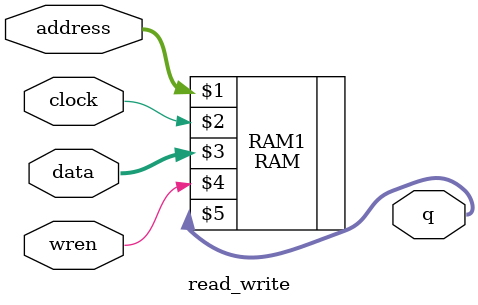
<source format=v>
module read_write(address,clock,data,wren,q);
	input	[4:0]  address;
	input	  clock;
	input	[3:0]  data;
	input	  wren;
	output	[3:0]  q;
	
	RAM RAM1(address,clock,data,wren,q);

endmodule

</source>
